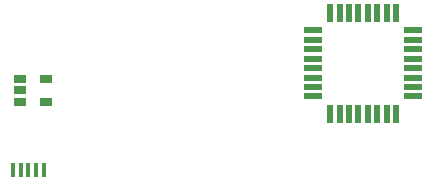
<source format=gbr>
%TF.GenerationSoftware,KiCad,Pcbnew,(5.1.5)-3*%
%TF.CreationDate,2020-09-12T07:11:48+09:30*%
%TF.ProjectId,robotcontrol,726f626f-7463-46f6-9e74-726f6c2e6b69,rev?*%
%TF.SameCoordinates,Original*%
%TF.FileFunction,Paste,Top*%
%TF.FilePolarity,Positive*%
%FSLAX46Y46*%
G04 Gerber Fmt 4.6, Leading zero omitted, Abs format (unit mm)*
G04 Created by KiCad (PCBNEW (5.1.5)-3) date 2020-09-12 07:11:48*
%MOMM*%
%LPD*%
G04 APERTURE LIST*
%ADD10R,0.550000X1.600000*%
%ADD11R,1.600000X0.550000*%
%ADD12R,1.060000X0.650000*%
%ADD13R,0.450000X1.300000*%
G04 APERTURE END LIST*
D10*
%TO.C,U3*%
X131870800Y-93794000D03*
X132670800Y-93794000D03*
X133470800Y-93794000D03*
X134270800Y-93794000D03*
X135070800Y-93794000D03*
X135870800Y-93794000D03*
X136670800Y-93794000D03*
X137470800Y-93794000D03*
D11*
X138920800Y-95244000D03*
X138920800Y-96044000D03*
X138920800Y-96844000D03*
X138920800Y-97644000D03*
X138920800Y-98444000D03*
X138920800Y-99244000D03*
X138920800Y-100044000D03*
X138920800Y-100844000D03*
D10*
X137470800Y-102294000D03*
X136670800Y-102294000D03*
X135870800Y-102294000D03*
X135070800Y-102294000D03*
X134270800Y-102294000D03*
X133470800Y-102294000D03*
X132670800Y-102294000D03*
X131870800Y-102294000D03*
D11*
X130420800Y-100844000D03*
X130420800Y-100044000D03*
X130420800Y-99244000D03*
X130420800Y-98444000D03*
X130420800Y-97644000D03*
X130420800Y-96844000D03*
X130420800Y-96044000D03*
X130420800Y-95244000D03*
%TD*%
D12*
%TO.C,U1*%
X107780000Y-99380000D03*
X107780000Y-101280000D03*
X105580000Y-101280000D03*
X105580000Y-100330000D03*
X105580000Y-99380000D03*
%TD*%
D13*
%TO.C,J1*%
X107624400Y-107066000D03*
X106974400Y-107066000D03*
X106324400Y-107066000D03*
X105674400Y-107066000D03*
X105024400Y-107066000D03*
%TD*%
M02*

</source>
